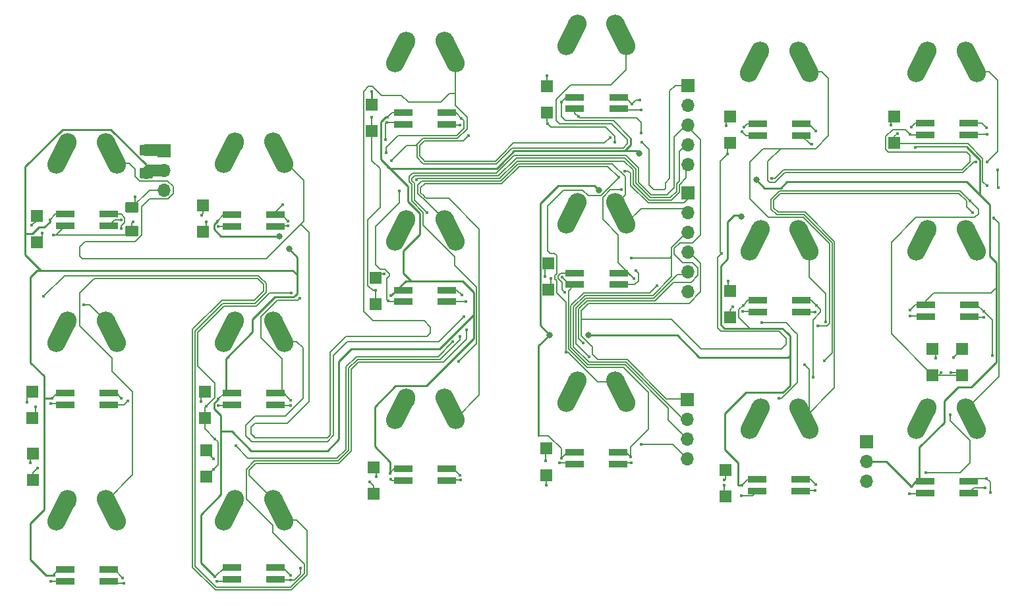
<source format=gbr>
G04 #@! TF.GenerationSoftware,KiCad,Pcbnew,(6.0.0)*
G04 #@! TF.CreationDate,2022-01-24T15:56:27+01:00*
G04 #@! TF.ProjectId,flex,666c6578-2e6b-4696-9361-645f70636258,rev?*
G04 #@! TF.SameCoordinates,Original*
G04 #@! TF.FileFunction,Copper,L2,Bot*
G04 #@! TF.FilePolarity,Positive*
%FSLAX46Y46*%
G04 Gerber Fmt 4.6, Leading zero omitted, Abs format (unit mm)*
G04 Created by KiCad (PCBNEW (6.0.0)) date 2022-01-24 15:56:27*
%MOMM*%
%LPD*%
G01*
G04 APERTURE LIST*
G04 Aperture macros list*
%AMRoundRect*
0 Rectangle with rounded corners*
0 $1 Rounding radius*
0 $2 $3 $4 $5 $6 $7 $8 $9 X,Y pos of 4 corners*
0 Add a 4 corners polygon primitive as box body*
4,1,4,$2,$3,$4,$5,$6,$7,$8,$9,$2,$3,0*
0 Add four circle primitives for the rounded corners*
1,1,$1+$1,$2,$3*
1,1,$1+$1,$4,$5*
1,1,$1+$1,$6,$7*
1,1,$1+$1,$8,$9*
0 Add four rect primitives between the rounded corners*
20,1,$1+$1,$2,$3,$4,$5,0*
20,1,$1+$1,$4,$5,$6,$7,0*
20,1,$1+$1,$6,$7,$8,$9,0*
20,1,$1+$1,$8,$9,$2,$3,0*%
%AMHorizOval*
0 Thick line with rounded ends*
0 $1 width*
0 $2 $3 position (X,Y) of the first rounded end (center of the circle)*
0 $4 $5 position (X,Y) of the second rounded end (center of the circle)*
0 Add line between two ends*
20,1,$1,$2,$3,$4,$5,0*
0 Add two circle primitives to create the rounded ends*
1,1,$1,$2,$3*
1,1,$1,$4,$5*%
G04 Aperture macros list end*
G04 #@! TA.AperFunction,SMDPad,CuDef*
%ADD10R,1.524000X1.524000*%
G04 #@! TD*
G04 #@! TA.AperFunction,ComponentPad*
%ADD11R,1.700000X1.700000*%
G04 #@! TD*
G04 #@! TA.AperFunction,ComponentPad*
%ADD12O,1.700000X1.700000*%
G04 #@! TD*
G04 #@! TA.AperFunction,SMDPad,CuDef*
%ADD13R,2.400000X0.820000*%
G04 #@! TD*
G04 #@! TA.AperFunction,SMDPad,CuDef*
%ADD14RoundRect,0.250001X-0.624999X0.462499X-0.624999X-0.462499X0.624999X-0.462499X0.624999X0.462499X0*%
G04 #@! TD*
G04 #@! TA.AperFunction,ComponentPad*
%ADD15HorizOval,2.350000X-0.713917X1.431895X0.713917X-1.431895X0*%
G04 #@! TD*
G04 #@! TA.AperFunction,ComponentPad*
%ADD16C,2.350000*%
G04 #@! TD*
G04 #@! TA.AperFunction,ComponentPad*
%ADD17HorizOval,2.350000X0.713917X1.431895X-0.713917X-1.431895X0*%
G04 #@! TD*
G04 #@! TA.AperFunction,ViaPad*
%ADD18C,0.400000*%
G04 #@! TD*
G04 #@! TA.AperFunction,ViaPad*
%ADD19C,0.800000*%
G04 #@! TD*
G04 #@! TA.AperFunction,Conductor*
%ADD20C,0.130000*%
G04 #@! TD*
G04 #@! TA.AperFunction,Conductor*
%ADD21C,0.250000*%
G04 #@! TD*
G04 #@! TA.AperFunction,Conductor*
%ADD22C,1.524000*%
G04 #@! TD*
G04 APERTURE END LIST*
D10*
X37325200Y-86864400D03*
X37325200Y-83464400D03*
X125825200Y-119564400D03*
X125825200Y-116164400D03*
X102875200Y-70214400D03*
X102875200Y-66814400D03*
D11*
X53670000Y-75100000D03*
D12*
X53670000Y-77640000D03*
X53670000Y-80180000D03*
D10*
X59084000Y-117006000D03*
X59084000Y-113606000D03*
X80875200Y-94864400D03*
X80875200Y-91464400D03*
X103071482Y-92945200D03*
X103071482Y-89545200D03*
X36725200Y-109514400D03*
X36725200Y-106114400D03*
D11*
X120960800Y-66719199D03*
D12*
X120960800Y-69259199D03*
X120960800Y-71799199D03*
X120960800Y-74339199D03*
X120960800Y-76879199D03*
D11*
X120960800Y-80536799D03*
D12*
X120960800Y-83076799D03*
X120960800Y-85616799D03*
X120960800Y-88156799D03*
X120960800Y-90696799D03*
X120960800Y-93236799D03*
D11*
X143955200Y-112534400D03*
D12*
X143955200Y-115074400D03*
X143955200Y-117614400D03*
D10*
X80375200Y-72564400D03*
X80375200Y-69164400D03*
X126375200Y-96514400D03*
X126375200Y-93114400D03*
X58675200Y-85514400D03*
X58675200Y-82114400D03*
X80575200Y-119214400D03*
X80575200Y-115814400D03*
X126375200Y-74114400D03*
X126375200Y-70714400D03*
D11*
X120900000Y-107100000D03*
D12*
X120900000Y-109640000D03*
X120900000Y-112180000D03*
X120900000Y-114720000D03*
D10*
X102775200Y-116814400D03*
X102775200Y-113414400D03*
X36825200Y-117464400D03*
X36825200Y-114064400D03*
X156175200Y-103964400D03*
X156175200Y-100564400D03*
X58889893Y-109514400D03*
X58889893Y-106114400D03*
X147525200Y-74064400D03*
X147525200Y-70664400D03*
X152425200Y-103964400D03*
X152425200Y-100564400D03*
D13*
X46550000Y-106260000D03*
X40950000Y-106260000D03*
X40950000Y-107760000D03*
X46550000Y-107760000D03*
D14*
X51360000Y-74992500D03*
X51360000Y-77967500D03*
D13*
X135556000Y-71618000D03*
X129956000Y-71618000D03*
X129956000Y-73118000D03*
X135556000Y-73118000D03*
D15*
X90416413Y-108315545D03*
D16*
X89793400Y-107073200D03*
D17*
X84090387Y-108315545D03*
D16*
X84713400Y-107073200D03*
D13*
X111981000Y-113867999D03*
X106381000Y-113867999D03*
X106381000Y-115367999D03*
X111981000Y-115367999D03*
D16*
X67781599Y-97116400D03*
D15*
X68404612Y-98358745D03*
D16*
X62701599Y-97116400D03*
D17*
X62078586Y-98358745D03*
D15*
X112387413Y-83144145D03*
D16*
X111764400Y-81901800D03*
X106684400Y-81901800D03*
D17*
X106061387Y-83144145D03*
D15*
X135909413Y-86605145D03*
D16*
X135286400Y-85362800D03*
X130206400Y-85362800D03*
D17*
X129583387Y-86605145D03*
D13*
X46550000Y-83260000D03*
X40950000Y-83260000D03*
X40950000Y-84760000D03*
X46550000Y-84760000D03*
X90006000Y-93017999D03*
X84406000Y-93017999D03*
X84406000Y-94517999D03*
X90006000Y-94517999D03*
D16*
X89793400Y-84111600D03*
D15*
X90416413Y-85353945D03*
D16*
X84713400Y-84111600D03*
D17*
X84090387Y-85353945D03*
D13*
X46550000Y-128980000D03*
X40950000Y-128980000D03*
X40950000Y-130480000D03*
X46550000Y-130480000D03*
X67965200Y-128704400D03*
X62365200Y-128704400D03*
X62365200Y-130204400D03*
X67965200Y-130204400D03*
X135556000Y-94318000D03*
X129956000Y-94318000D03*
X129956000Y-95818000D03*
X135556000Y-95818000D03*
X90006000Y-70217999D03*
X84406000Y-70217999D03*
X84406000Y-71717999D03*
X90006000Y-71717999D03*
D15*
X112387413Y-106054945D03*
D16*
X111764400Y-104812600D03*
D17*
X106061387Y-106054945D03*
D16*
X106684400Y-104812600D03*
D13*
X90006000Y-116017999D03*
X84406000Y-116017999D03*
X84406000Y-117517999D03*
X90006000Y-117517999D03*
X112056000Y-68217999D03*
X106456000Y-68217999D03*
X106456000Y-69717999D03*
X112056000Y-69717999D03*
D15*
X112387413Y-60182545D03*
D16*
X111764400Y-58940200D03*
X106684400Y-58940200D03*
D17*
X106061387Y-60182545D03*
D13*
X67965999Y-83357999D03*
X62365999Y-83357999D03*
X62365999Y-84857999D03*
X67965999Y-84857999D03*
X157055999Y-117617998D03*
X151455999Y-117617998D03*
X151455999Y-119117998D03*
X157055999Y-119117998D03*
D16*
X156749399Y-62426598D03*
D15*
X157372412Y-63668943D03*
D17*
X151046386Y-63668943D03*
D16*
X151669399Y-62426598D03*
D14*
X49530000Y-82420000D03*
X49530000Y-85395000D03*
D13*
X157055999Y-71567998D03*
X151455999Y-71567998D03*
X151455999Y-73067998D03*
X157055999Y-73067998D03*
D16*
X67781599Y-120052600D03*
D15*
X68404612Y-121294945D03*
D16*
X62701599Y-120052600D03*
D17*
X62078586Y-121294945D03*
D16*
X89793400Y-61175400D03*
D15*
X90416413Y-62417745D03*
D17*
X84090387Y-62417745D03*
D16*
X84713400Y-61175400D03*
X156774799Y-85362798D03*
D15*
X157397812Y-86605143D03*
D16*
X151694799Y-85362798D03*
D17*
X151071786Y-86605143D03*
D15*
X157397812Y-109566743D03*
D16*
X156774799Y-108324398D03*
X151694799Y-108324398D03*
D17*
X151071786Y-109566743D03*
D13*
X135456000Y-117368000D03*
X129856000Y-117368000D03*
X129856000Y-118868000D03*
X135456000Y-118868000D03*
D16*
X135261000Y-62426600D03*
D15*
X135884013Y-63668945D03*
D17*
X129557987Y-63668945D03*
D16*
X130181000Y-62426600D03*
X46277200Y-74212201D03*
D15*
X46900213Y-75454546D03*
D17*
X40574187Y-75454546D03*
D16*
X41197200Y-74212201D03*
D15*
X135909413Y-109566745D03*
D16*
X135286400Y-108324400D03*
D17*
X129583387Y-109566745D03*
D16*
X130206400Y-108324400D03*
D13*
X67965999Y-106247999D03*
X62365999Y-106247999D03*
X62365999Y-107747999D03*
X67965999Y-107747999D03*
D16*
X67781599Y-74154800D03*
D15*
X68404612Y-75397145D03*
D17*
X62078586Y-75397145D03*
D16*
X62701599Y-74154800D03*
D13*
X157155999Y-94917998D03*
X151555999Y-94917998D03*
X151555999Y-96417998D03*
X157155999Y-96417998D03*
X112056000Y-90817999D03*
X106456000Y-90817999D03*
X106456000Y-92317999D03*
X112056000Y-92317999D03*
D16*
X46277200Y-97148401D03*
D15*
X46900213Y-98390746D03*
D17*
X40574187Y-98390746D03*
D16*
X41197200Y-97148401D03*
D15*
X46900213Y-121352346D03*
D16*
X46277200Y-120110001D03*
D17*
X40574187Y-121352346D03*
D16*
X41197200Y-120110001D03*
D18*
X37425200Y-115914400D03*
X37125200Y-108014400D03*
X87456000Y-83067999D03*
X91700000Y-98977199D03*
X38025200Y-85664400D03*
X38215200Y-93824400D03*
X114966400Y-112845599D03*
X59075200Y-84264400D03*
X107511766Y-99800189D03*
X91547600Y-102177599D03*
X90785600Y-99637599D03*
X60225200Y-112164400D03*
X62915999Y-113067999D03*
X60045000Y-116045000D03*
X59050200Y-107989400D03*
X70025200Y-93384400D03*
X58480999Y-83364400D03*
X80125200Y-117714400D03*
X80825200Y-93064400D03*
X92775200Y-73164400D03*
X111004000Y-73373999D03*
X80375200Y-70814400D03*
X115017200Y-73983599D03*
X36025200Y-107464400D03*
X80375200Y-67514400D03*
X60050000Y-114750000D03*
X125925200Y-71914400D03*
X103375200Y-91514400D03*
X102925200Y-71614400D03*
X113696400Y-88867999D03*
X102800000Y-118150000D03*
X111565200Y-73994400D03*
X58375200Y-107364400D03*
X147025200Y-71814400D03*
X80925200Y-117014400D03*
X130425200Y-97214400D03*
X125275200Y-88314400D03*
X125625200Y-118114400D03*
X126025200Y-75564400D03*
X126725200Y-95214400D03*
X132675200Y-106964400D03*
X138537600Y-102076000D03*
X159382609Y-79622398D03*
X154775200Y-103614400D03*
X147925200Y-72864400D03*
X108251300Y-101577499D03*
X157252143Y-81575718D03*
X153525200Y-103664400D03*
X43383200Y-94945200D03*
X92181000Y-96467999D03*
X138690000Y-97097600D03*
X157943199Y-76523598D03*
X86061200Y-78819421D03*
X159415860Y-76575649D03*
X137623200Y-97656400D03*
X82911600Y-76371199D03*
X112883600Y-77691999D03*
X92512800Y-98164399D03*
X105284247Y-101039352D03*
X157536799Y-83025998D03*
X160272189Y-83720812D03*
X135946800Y-102634990D03*
X112070800Y-78522977D03*
X117024009Y-92482609D03*
X102875200Y-65414400D03*
X36475200Y-115264400D03*
X159005999Y-96517998D03*
X137306000Y-95818000D03*
X71205200Y-128804400D03*
X69915200Y-130314400D03*
X137356000Y-118768000D03*
X92411200Y-94467999D03*
X49000000Y-107300000D03*
X159455999Y-73017998D03*
X114975200Y-69864400D03*
X69915999Y-107867999D03*
X48500000Y-130700000D03*
X91706000Y-71767999D03*
X69566001Y-84767999D03*
X136913995Y-74296210D03*
X113706000Y-115217999D03*
X114262994Y-90482029D03*
X159155999Y-118467998D03*
X91806000Y-117467999D03*
X48160000Y-83960000D03*
X49670000Y-84250000D03*
X39425200Y-85914400D03*
X39100000Y-130500000D03*
X48200000Y-106900000D03*
X60483529Y-130451058D03*
X48346598Y-130019783D03*
X48170000Y-85060000D03*
X39100000Y-107600000D03*
X126125200Y-91864400D03*
X69915200Y-129714400D03*
X60615999Y-107867999D03*
X69915999Y-107167999D03*
X71095200Y-94054400D03*
X60615999Y-84867999D03*
X82125200Y-73629400D03*
X69600980Y-84167999D03*
X82306000Y-71467999D03*
X68925200Y-82064400D03*
X36675200Y-84714400D03*
X81990988Y-90948612D03*
X82487421Y-94414187D03*
X82206000Y-75367999D03*
X91877188Y-70939187D03*
X83919790Y-80246462D03*
X91940990Y-93667999D03*
X82805988Y-117347377D03*
X91706000Y-116867999D03*
X104456000Y-115217999D03*
X104806000Y-91367999D03*
X113645991Y-114478567D03*
X114971010Y-72797210D03*
X114056000Y-91567999D03*
X112426400Y-80130399D03*
X106925200Y-70714400D03*
X114775200Y-68564400D03*
X113756000Y-69117999D03*
X127956000Y-72652990D03*
X102675200Y-115014400D03*
X102575200Y-91264400D03*
X128006000Y-95768000D03*
X137434761Y-72596761D03*
X137502188Y-94964188D03*
X137064400Y-104260400D03*
X127818800Y-119449600D03*
X149492996Y-72954995D03*
X137402188Y-118064188D03*
X131730402Y-78650468D03*
X125675200Y-117464400D03*
X160838799Y-79825598D03*
X149555999Y-96317998D03*
X159305999Y-72167998D03*
X160787999Y-77539598D03*
X158977187Y-95796810D03*
X154641199Y-109038852D03*
X149455999Y-119217998D03*
X151552408Y-116485658D03*
X160059799Y-101464400D03*
D19*
X127869600Y-83584800D03*
D18*
X149655999Y-118267998D03*
D19*
X114725434Y-75443765D03*
X103200000Y-98800000D03*
D18*
X60515999Y-84167999D03*
X39265010Y-106965010D03*
X104706000Y-68867999D03*
X39565003Y-129715338D03*
X149670609Y-72072787D03*
D19*
X69764399Y-87750399D03*
D18*
X82406000Y-70767999D03*
D19*
X108159200Y-98824799D03*
D18*
X82817432Y-93738518D03*
X127956000Y-118118000D03*
D19*
X109530800Y-80181199D03*
D18*
X60615999Y-107067999D03*
X128154662Y-72086821D03*
X82685336Y-116589711D03*
D19*
X129749200Y-78809600D03*
D18*
X104706000Y-114667999D03*
X149517316Y-95621691D03*
X39000000Y-84000000D03*
X150225200Y-74651798D03*
X105159275Y-93345241D03*
X128071010Y-94968000D03*
X60215200Y-129914400D03*
D19*
X68483599Y-86135599D03*
D18*
X49930000Y-81070000D03*
X159825200Y-119014400D03*
X159375200Y-117274400D03*
X155075200Y-101664400D03*
X152825200Y-101764400D03*
D20*
X87456000Y-83067999D02*
X85832790Y-81444789D01*
X98948672Y-76040810D02*
X112867517Y-76040810D01*
X119845799Y-75200200D02*
X120706800Y-74339199D01*
X36825200Y-116514400D02*
X37425200Y-115914400D01*
X67630799Y-124226028D02*
X71710201Y-128305430D01*
X118717666Y-81123039D02*
X119515788Y-80324917D01*
X85814694Y-78354411D02*
X96635071Y-78354411D01*
X65312882Y-115004410D02*
X64265849Y-116051443D01*
X38025200Y-85664400D02*
X38025200Y-86164400D01*
X38025200Y-86164400D02*
X37325200Y-86864400D01*
X77402200Y-103065292D02*
X77402200Y-113624092D01*
X89147414Y-101963989D02*
X89187804Y-101923599D01*
X119845799Y-79008092D02*
X119845799Y-75200200D01*
X65315999Y-94767999D02*
X61215999Y-94767999D01*
X64265848Y-119938051D02*
X67630799Y-123303002D01*
X85832790Y-81444789D02*
X85832790Y-79269393D01*
X76021882Y-115004410D02*
X65312882Y-115004410D01*
X91700000Y-99411403D02*
X91700000Y-98977199D01*
X116120946Y-81123039D02*
X118717666Y-81123039D01*
X71710201Y-128305430D02*
X71710201Y-129484293D01*
X57947399Y-98036599D02*
X57915999Y-98067999D01*
X85534356Y-78634749D02*
X85814694Y-78354411D01*
X119515788Y-79338103D02*
X119845799Y-79008092D01*
X65817989Y-91169989D02*
X40869611Y-91169989D01*
X37125200Y-109114400D02*
X36725200Y-109514400D01*
X66072299Y-91424299D02*
X66767199Y-92119199D01*
X85534356Y-78970959D02*
X85534356Y-78634749D01*
X85832790Y-79269393D02*
X85534356Y-78970959D01*
X78443647Y-102023845D02*
X78517894Y-101949598D01*
X66005200Y-91357200D02*
X66072299Y-91424299D01*
X57669990Y-98314008D02*
X57947399Y-98036599D01*
X64265849Y-116051443D02*
X64265848Y-119938051D01*
X77402200Y-113624092D02*
X76021882Y-115004410D01*
X89187804Y-101923599D02*
X91700000Y-99411403D01*
X71710201Y-129484293D02*
X69915084Y-131279410D01*
X60380210Y-131279410D02*
X57669990Y-128569190D01*
X119515788Y-80324917D02*
X119515788Y-79338103D01*
X57669990Y-128569190D02*
X57669990Y-98314008D01*
X114280411Y-79282504D02*
X116120946Y-81123039D01*
X78443647Y-102023845D02*
X77402200Y-103065292D01*
X112867517Y-76040810D02*
X114280411Y-77453704D01*
X66767199Y-92119199D02*
X66767198Y-93316800D01*
X66072299Y-91424299D02*
X65817989Y-91169989D01*
X40869611Y-91169989D02*
X38215200Y-93824400D01*
X96635071Y-78354411D02*
X98948672Y-76040810D01*
X67630799Y-123303002D02*
X67630799Y-124226028D01*
X36825200Y-117464400D02*
X36825200Y-116514400D01*
X61215999Y-94767999D02*
X57947399Y-98036599D01*
X69915084Y-131279410D02*
X60380210Y-131279410D01*
X37125200Y-108014400D02*
X37125200Y-109114400D01*
X66767198Y-93316800D02*
X65315999Y-94767999D01*
X78443647Y-102023845D02*
X78503505Y-101963989D01*
X114280411Y-77453704D02*
X114280411Y-79282504D01*
X78503505Y-101963989D02*
X89147414Y-101963989D01*
X120706800Y-71799199D02*
X120960800Y-71799199D01*
X59050200Y-107989400D02*
X60175200Y-106864400D01*
X85502779Y-79406088D02*
X85502781Y-81581484D01*
X119098214Y-92038599D02*
X116731615Y-94405198D01*
X119185777Y-73320222D02*
X119185777Y-79888222D01*
X85502781Y-81581484D02*
X86955200Y-83033903D01*
X61401991Y-95098009D02*
X65485989Y-95098009D01*
X122583801Y-85953998D02*
X121600200Y-86937599D01*
X121388200Y-92038599D02*
X119098214Y-92038599D01*
X62915999Y-113067999D02*
X64463800Y-114615800D01*
X60175200Y-104964400D02*
X58000000Y-102789200D01*
X114610420Y-77317009D02*
X113004210Y-75710799D01*
X120706800Y-71799199D02*
X119185777Y-73320222D01*
X85204345Y-79107654D02*
X85502779Y-79406088D01*
X93821010Y-99904189D02*
X91547600Y-102177599D01*
X60600000Y-115490000D02*
X60600000Y-112539200D01*
X98627358Y-75710799D02*
X96313757Y-78024400D01*
X114966400Y-112845599D02*
X119025599Y-112845599D01*
X93821010Y-92633009D02*
X93821010Y-99904189D01*
X88829201Y-101593998D02*
X78367400Y-101593998D01*
X58889893Y-109514400D02*
X58889893Y-108149707D01*
X58000000Y-98500000D02*
X61401991Y-95098009D01*
X60045000Y-116045000D02*
X60600000Y-115490000D01*
X60600000Y-112539200D02*
X60225200Y-112164400D01*
X119025599Y-112845599D02*
X120900000Y-114720000D01*
X58889893Y-109514400D02*
X58889893Y-110829093D01*
X122281600Y-91145199D02*
X121388200Y-92038599D01*
X122281600Y-90164197D02*
X122281600Y-91145199D01*
X106944316Y-95467683D02*
X106944316Y-99232739D01*
X65485989Y-95098009D02*
X67199598Y-93384400D01*
X58889893Y-110829093D02*
X60225200Y-112164400D01*
X59075200Y-85114400D02*
X58675200Y-85514400D01*
X91039600Y-88759002D02*
X91039600Y-89851599D01*
X86955200Y-83033903D02*
X86955200Y-84674602D01*
X91039600Y-89851599D02*
X93821010Y-92633009D01*
X75885188Y-114674398D02*
X64522398Y-114674398D01*
X64463800Y-114615800D02*
X64522399Y-114674399D01*
X122583801Y-73676200D02*
X122583801Y-85953998D01*
X64522398Y-114674398D02*
X64463800Y-114615800D01*
X108006801Y-94405198D02*
X106944316Y-95467683D01*
X85204345Y-78447254D02*
X85204345Y-79107654D01*
X77046600Y-102914798D02*
X78367400Y-101593998D01*
X119944800Y-86937599D02*
X119233600Y-87648799D01*
X119185777Y-79888222D02*
X118280971Y-80793028D01*
X67199598Y-93384400D02*
X70025200Y-93384400D01*
X119233600Y-87648799D02*
X119233600Y-88389799D01*
X96313757Y-78024400D02*
X85627199Y-78024400D01*
X121595002Y-89477599D02*
X122281600Y-90164197D01*
X75885188Y-114674398D02*
X77046600Y-113512986D01*
X77046600Y-113512986D02*
X77046600Y-102914798D01*
X114610421Y-79145808D02*
X114610420Y-77317009D01*
X119233600Y-88389799D02*
X120321400Y-89477599D01*
X106944316Y-99232739D02*
X107511766Y-99800189D01*
X120706800Y-71799199D02*
X122583801Y-73676200D01*
X59084000Y-117006000D02*
X60045000Y-116045000D01*
X60175200Y-106864400D02*
X60175200Y-104964400D01*
X86955200Y-84674602D02*
X91039600Y-88759002D01*
X58000000Y-102789200D02*
X58000000Y-98500000D01*
X59075200Y-84264400D02*
X59075200Y-85114400D01*
X120321400Y-89477599D02*
X121595002Y-89477599D01*
X113004210Y-75710799D02*
X98627358Y-75710799D01*
X116257641Y-80793028D02*
X114610421Y-79145808D01*
X118280971Y-80793028D02*
X116257641Y-80793028D01*
X85627199Y-78024400D02*
X85204345Y-78447254D01*
X58889893Y-108149707D02*
X59050200Y-107989400D01*
X88855200Y-101567999D02*
X88829201Y-101593998D01*
X121600200Y-86937599D02*
X119944800Y-86937599D01*
X116731615Y-94405198D02*
X108006801Y-94405198D01*
X88855200Y-101567999D02*
X90785600Y-99637599D01*
X58675200Y-82114400D02*
X58675200Y-83170199D01*
X58675200Y-83170199D02*
X58480999Y-83364400D01*
X118121009Y-79315590D02*
X118121009Y-79919192D01*
X118121009Y-79919192D02*
X117907192Y-80133009D01*
X80575200Y-118164400D02*
X80125200Y-117714400D01*
X80875200Y-93114400D02*
X80825200Y-93064400D01*
X80575200Y-119214400D02*
X80575200Y-118164400D01*
X80375200Y-76364400D02*
X80375200Y-72564400D01*
X79848199Y-92438401D02*
X79848199Y-83991401D01*
X115973599Y-79529600D02*
X115973599Y-74939998D01*
X118121009Y-79215590D02*
X118642109Y-78694490D01*
X96255565Y-76424400D02*
X87112401Y-76424400D01*
X116577008Y-80133009D02*
X115973599Y-79529600D01*
X118642109Y-78694490D02*
X118642109Y-67422308D01*
X92121598Y-73818002D02*
X92775200Y-73164400D01*
X118121009Y-79315590D02*
X118121009Y-79215590D01*
X86506000Y-74417999D02*
X86506000Y-75817999D01*
X80375200Y-70814400D02*
X80375200Y-72564400D01*
X87112401Y-76424400D02*
X87016420Y-76328419D01*
X96999883Y-75680082D02*
X98569177Y-74110788D01*
X117907192Y-80133009D02*
X116577008Y-80133009D01*
X87105997Y-73818002D02*
X86506000Y-74417999D01*
X91529009Y-73818002D02*
X87105997Y-73818002D01*
X118642109Y-67422308D02*
X119345218Y-66719199D01*
X81425200Y-77414400D02*
X80375200Y-76364400D01*
X96851545Y-75828420D02*
X96999883Y-75680082D01*
X110267211Y-74110788D02*
X111004000Y-73373999D01*
X80875200Y-94864400D02*
X80875200Y-93114400D01*
X79848199Y-83991401D02*
X81425200Y-82414400D01*
X119345218Y-66719199D02*
X120706800Y-66719199D01*
X81425200Y-82414400D02*
X81425200Y-77414400D01*
X86506000Y-75817999D02*
X87016420Y-76328419D01*
X115973599Y-74939998D02*
X115017200Y-73983599D01*
X91529009Y-73818002D02*
X92121598Y-73818002D01*
X80825200Y-93064400D02*
X80474198Y-93064400D01*
X98569177Y-74110788D02*
X110267211Y-74110788D01*
X80474198Y-93064400D02*
X79848199Y-92438401D01*
X96851545Y-75828420D02*
X96255565Y-76424400D01*
X36025200Y-107464400D02*
X36025200Y-106814400D01*
X36025200Y-106814400D02*
X36725200Y-106114400D01*
D21*
X80375200Y-69164400D02*
X80375200Y-67514400D01*
D20*
X60050000Y-114750000D02*
X59084000Y-113784000D01*
X59084000Y-113784000D02*
X59084000Y-113606000D01*
X125925200Y-71914400D02*
X125925200Y-71164400D01*
X125925200Y-71164400D02*
X126375200Y-70714400D01*
X119235200Y-108478397D02*
X120396803Y-109640000D01*
X118675178Y-88867999D02*
X118903589Y-88639588D01*
X120646494Y-85769199D02*
X120656000Y-85769199D01*
X103355189Y-72044389D02*
X102925200Y-71614400D01*
X102800000Y-118150000D02*
X102800000Y-116839200D01*
X106284295Y-100298696D02*
X106284295Y-95194292D01*
X118903589Y-91299812D02*
X118903589Y-88639588D01*
X106284295Y-95194292D02*
X107733411Y-93745176D01*
X111562800Y-73992000D02*
X111565200Y-73994400D01*
X118903589Y-87512104D02*
X120646494Y-85769199D01*
X113041213Y-102284410D02*
X108270009Y-102284410D01*
X102800000Y-116839200D02*
X102775200Y-116814400D01*
X104745211Y-72044389D02*
X109005189Y-72044389D01*
X102925200Y-71614400D02*
X102875200Y-71564400D01*
X116458225Y-93745176D02*
X118903589Y-91299812D01*
X109005189Y-72044389D02*
X110405189Y-72044389D01*
X104745211Y-72044389D02*
X103355189Y-72044389D01*
X103375200Y-92641482D02*
X103071482Y-92945200D01*
X107733411Y-93745176D02*
X116458225Y-93745176D01*
X118903589Y-88639588D02*
X118903589Y-87512104D01*
X103375200Y-91514400D02*
X103375200Y-92641482D01*
X104705189Y-72044389D02*
X104745211Y-72044389D01*
X113696400Y-88867999D02*
X118675178Y-88867999D01*
X119235200Y-108478397D02*
X113041213Y-102284410D01*
X111565200Y-73204400D02*
X111565200Y-73994400D01*
X120396803Y-109640000D02*
X120900000Y-109640000D01*
X110405189Y-72044389D02*
X111565200Y-73204400D01*
X102875200Y-71564400D02*
X102875200Y-70214400D01*
X108270009Y-102284410D02*
X106284295Y-100298696D01*
X58375200Y-106629093D02*
X58889893Y-106114400D01*
X58375200Y-107364400D02*
X58375200Y-106629093D01*
X147025200Y-71164400D02*
X147525200Y-70664400D01*
X147025200Y-71814400D02*
X147025200Y-71164400D01*
X80925200Y-116164400D02*
X80575200Y-115814400D01*
X80925200Y-117014400D02*
X80925200Y-116164400D01*
X107274327Y-98905126D02*
X107274327Y-96814072D01*
X125100000Y-88139200D02*
X125100000Y-88100000D01*
X118227106Y-107003599D02*
X113177907Y-101954400D01*
X114991990Y-94735209D02*
X121112592Y-94735209D01*
X132675200Y-106964400D02*
X133011157Y-106964400D01*
X107274327Y-95696472D02*
X108235590Y-94735209D01*
X109386919Y-101954400D02*
X108718000Y-101285481D01*
X124790209Y-97879409D02*
X124790209Y-88890209D01*
X113177907Y-101954400D02*
X109386919Y-101954400D01*
X133584600Y-99256600D02*
X132644800Y-98316800D01*
X125275200Y-88314400D02*
X125100000Y-88139200D01*
X121265600Y-107003599D02*
X118227106Y-107003599D01*
X118899273Y-96814072D02*
X122688001Y-100602800D01*
X125625200Y-118114400D02*
X125625200Y-119364400D01*
X133584600Y-100018600D02*
X133584600Y-99256600D01*
X126375200Y-96514400D02*
X126375200Y-95564400D01*
X125275200Y-88314400D02*
X124790209Y-88799391D01*
X125227600Y-98316800D02*
X124790209Y-97879409D01*
X126375200Y-95564400D02*
X126725200Y-95214400D01*
X108235590Y-94735209D02*
X109149610Y-94735209D01*
X125625200Y-119364400D02*
X125825200Y-119564400D01*
X108718000Y-100348799D02*
X107274327Y-98905126D01*
X125100000Y-76489600D02*
X125100000Y-88100000D01*
X109149610Y-94735209D02*
X109708410Y-94735209D01*
X107274327Y-96814072D02*
X118899273Y-96814072D01*
X133000400Y-100602800D02*
X133584600Y-100018600D01*
X122611611Y-93236190D02*
X122611611Y-89604410D01*
X122611611Y-89604410D02*
X121468800Y-88461599D01*
X133575200Y-97214400D02*
X130425200Y-97214400D01*
X134825200Y-98464400D02*
X133575200Y-97214400D01*
X126025200Y-75564400D02*
X126025200Y-74464400D01*
X109464296Y-94735209D02*
X109708410Y-94735209D01*
X121112592Y-94735209D02*
X122611611Y-93236190D01*
X108718000Y-101285481D02*
X108718000Y-100348799D01*
X124790209Y-88799391D02*
X124790209Y-88890209D01*
X122688001Y-100602800D02*
X133000400Y-100602800D01*
X132644800Y-98316800D02*
X125227600Y-98316800D01*
X133011157Y-106964400D02*
X135025200Y-104950357D01*
X114991990Y-94735209D02*
X115144012Y-94735209D01*
X135025200Y-98664400D02*
X134825200Y-98464400D01*
X107274327Y-96814072D02*
X107274327Y-95696472D01*
X126025200Y-75564400D02*
X125100000Y-76489600D01*
X109708410Y-94735209D02*
X114991990Y-94735209D01*
X126025200Y-74464400D02*
X126375200Y-74114400D01*
X135025200Y-104950357D02*
X135025200Y-98664400D01*
X108251300Y-101577499D02*
X107108300Y-100434499D01*
X119668508Y-91001599D02*
X121468800Y-91001599D01*
X147122799Y-96487998D02*
X147122799Y-86835998D01*
X131679602Y-81331204D02*
X132727776Y-80283030D01*
X157856001Y-83691000D02*
X158324009Y-83222992D01*
X150267797Y-83691000D02*
X157856001Y-83691000D01*
X106614305Y-95330988D02*
X107870106Y-94075187D01*
X116594920Y-94075187D02*
X119668508Y-91001599D01*
X158324009Y-83222992D02*
X158324009Y-82647584D01*
X131679601Y-82619599D02*
X131679602Y-81331204D01*
X138537600Y-102076000D02*
X139485011Y-101128589D01*
X107870106Y-94075187D02*
X116594920Y-94075187D01*
X135900103Y-83344409D02*
X132404411Y-83344409D01*
X107108300Y-100434499D02*
X106614305Y-99940504D01*
X158858212Y-76110049D02*
X158858212Y-79098001D01*
X156175200Y-103964400D02*
X152425200Y-103964400D01*
X147525200Y-73264400D02*
X147925200Y-72864400D01*
X147122799Y-86835998D02*
X150267797Y-83691000D01*
X147122799Y-98661999D02*
X147122799Y-96487998D01*
X132404411Y-83344409D02*
X131679601Y-82619599D01*
X156934961Y-74186798D02*
X158858212Y-76110049D01*
X152425200Y-103964400D02*
X147122799Y-98661999D01*
X158324009Y-82647584D02*
X157252143Y-81575718D01*
X155825200Y-103614400D02*
X156175200Y-103964400D01*
X107108300Y-100434499D02*
X106939242Y-100265441D01*
X156934961Y-74186798D02*
X147647598Y-74186798D01*
X155959455Y-80283030D02*
X157252143Y-81575718D01*
X158858212Y-79098001D02*
X159382609Y-79622398D01*
X153225200Y-103964400D02*
X153525200Y-103664400D01*
X139485011Y-86929317D02*
X135900103Y-83344409D01*
X106614305Y-99940504D02*
X106614305Y-95330988D01*
X147647598Y-74186798D02*
X147525200Y-74064400D01*
X139485011Y-101128589D02*
X139485011Y-86929317D01*
X147525200Y-74064400D02*
X147525200Y-73264400D01*
X154775200Y-103614400D02*
X155825200Y-103614400D01*
X152425200Y-103964400D02*
X153225200Y-103964400D01*
X132727776Y-80283030D02*
X155959455Y-80283030D01*
X108464000Y-76777599D02*
X109280980Y-76777599D01*
X74636695Y-112500000D02*
X75471422Y-111665273D01*
X136556400Y-87902800D02*
X136556400Y-91334918D01*
X111258000Y-76777599D02*
X112909831Y-78429430D01*
X120605200Y-82517999D02*
X121468800Y-83381599D01*
X64948000Y-112500000D02*
X64274000Y-111826000D01*
X89793400Y-84111600D02*
X87010803Y-81329003D01*
X86306000Y-79488705D02*
X86706275Y-79088430D01*
X75471422Y-101460988D02*
X77234400Y-99698010D01*
X69215999Y-109267999D02*
X65356589Y-109267999D01*
X87275989Y-99698010D02*
X87375991Y-99698010D01*
X70713299Y-99656400D02*
X69051599Y-99656400D01*
X88625989Y-99698010D02*
X87275989Y-99698010D01*
X77234400Y-99698010D02*
X87275989Y-99698010D01*
X75471422Y-111665273D02*
X75471422Y-101460988D01*
X64213671Y-110410915D02*
X64213672Y-111765672D01*
X99145295Y-76777599D02*
X108464000Y-76777599D01*
X114958201Y-82517999D02*
X120605200Y-82517999D01*
X88950989Y-99698010D02*
X89061011Y-99587988D01*
X138690000Y-93468518D02*
X138690000Y-97097600D01*
X70713299Y-99656400D02*
X71515999Y-100459100D01*
X46277200Y-97148401D02*
X44073999Y-94945200D01*
X66100000Y-112500000D02*
X64948000Y-112500000D01*
X112909831Y-78429430D02*
X112909831Y-80756369D01*
X71515999Y-106967999D02*
X69215999Y-109267999D01*
X87010803Y-81329003D02*
X86675415Y-81008331D01*
X44073999Y-94945200D02*
X43383200Y-94945200D01*
X64752419Y-112304419D02*
X64274000Y-111826000D01*
X66100000Y-112500000D02*
X74636695Y-112500000D01*
X86306000Y-80638916D02*
X86306000Y-79488705D01*
X86706275Y-79088430D02*
X86711748Y-79082957D01*
X65356589Y-109267999D02*
X64213671Y-110410915D01*
X88625989Y-99698010D02*
X88950989Y-99698010D01*
X64274000Y-111826000D02*
X64213672Y-111765672D01*
X86675415Y-81008331D02*
X86306000Y-80638916D01*
X65641162Y-112500000D02*
X66100000Y-112500000D01*
X96908461Y-79014433D02*
X99145295Y-76777599D01*
X112909831Y-80756369D02*
X111764400Y-81901800D01*
X86780272Y-79014433D02*
X96908461Y-79014433D01*
X108464000Y-76777599D02*
X111258000Y-76777599D01*
X71515999Y-100459100D02*
X71515999Y-106967999D01*
X136556400Y-91334918D02*
X138690000Y-93468518D01*
X86706275Y-79088430D02*
X86780272Y-79014433D01*
X114958201Y-82517999D02*
X113034400Y-84441800D01*
X89061011Y-99587988D02*
X92181000Y-96467999D01*
X85061676Y-68850876D02*
X89238724Y-68850876D01*
X104040999Y-68498601D02*
X105933514Y-66606086D01*
X66788537Y-89028757D02*
X66788537Y-88995461D01*
X98413670Y-74733001D02*
X112692998Y-74733001D01*
X91063400Y-67752600D02*
X91063400Y-69235419D01*
X136454801Y-74847201D02*
X130612801Y-74847201D01*
X109683514Y-66606086D02*
X111083514Y-66606086D01*
X43216663Y-89028757D02*
X66755241Y-89028757D01*
X119845799Y-80461612D02*
X118830622Y-81476789D01*
X96771766Y-78684422D02*
X86196199Y-78684422D01*
X113034400Y-64655200D02*
X113034400Y-61480200D01*
X87906000Y-98528819D02*
X87906000Y-97767999D01*
X131507198Y-79173002D02*
X131265399Y-78931203D01*
X112692998Y-74733001D02*
X113229202Y-74196797D01*
X131265399Y-78931203D02*
X131265398Y-76480602D01*
X111202605Y-71614400D02*
X104475200Y-71614400D01*
X80425200Y-66814400D02*
X81575200Y-67964400D01*
X74669989Y-112000000D02*
X74974899Y-111695090D01*
X139045600Y-65819500D02*
X139045600Y-73170801D01*
X66856899Y-88927099D02*
X71097399Y-84686599D01*
X47547200Y-76752201D02*
X49208900Y-76752201D01*
X54134710Y-78994508D02*
X50544508Y-78994508D01*
X47033698Y-86830010D02*
X49915018Y-86830010D01*
X43481496Y-86830010D02*
X42849611Y-87461895D01*
X84943600Y-74440799D02*
X86016494Y-74440799D01*
X72304019Y-85635581D02*
X72304019Y-107329979D01*
X128936400Y-81292601D02*
X131318218Y-83674419D01*
X66788537Y-88995461D02*
X66856899Y-88927099D01*
X131265398Y-76480602D02*
X132898799Y-74847201D01*
X157943199Y-76523598D02*
X157698705Y-76523598D01*
X96362271Y-76784400D02*
X96970671Y-76176000D01*
X118830622Y-81476789D02*
X116007992Y-81476789D01*
X113229202Y-74196797D02*
X113229202Y-73640997D01*
X91063400Y-63715400D02*
X91063400Y-67752600D01*
X87005695Y-76784400D02*
X96362271Y-76784400D01*
X66755241Y-89028757D02*
X66856899Y-88927099D01*
X86117853Y-78752946D02*
X86061200Y-78809599D01*
X50825215Y-85919813D02*
X50825215Y-82303612D01*
X160787999Y-75203510D02*
X159415860Y-76575649D01*
X128936400Y-76523602D02*
X128936400Y-81292601D01*
X116007992Y-81476789D02*
X113950401Y-79419198D01*
X91392314Y-73487991D02*
X86969302Y-73487991D01*
X92608447Y-70780466D02*
X92608447Y-72271858D01*
X65381412Y-112000000D02*
X74669989Y-112000000D01*
X139155001Y-87066013D02*
X139155001Y-97320801D01*
X81575200Y-67964400D02*
X84175200Y-67964400D01*
X131318218Y-83674419D02*
X135763407Y-83674419D01*
X49208900Y-76752201D02*
X49961611Y-77504912D01*
X92608447Y-72271858D02*
X91392314Y-73487991D01*
X74974899Y-101024099D02*
X77024590Y-98974408D01*
X71097399Y-84686599D02*
X71643999Y-84139999D01*
X86196199Y-78684422D02*
X86061200Y-78819421D01*
X84842000Y-74440799D02*
X84943600Y-74440799D01*
X158019399Y-64966598D02*
X159681099Y-64966598D01*
X87460411Y-98974408D02*
X87486410Y-98948409D01*
X86175990Y-75954695D02*
X86897294Y-76675999D01*
X89238724Y-68850876D02*
X90337000Y-67752600D01*
X50544508Y-78994508D02*
X49961611Y-78411611D01*
X80478799Y-96967999D02*
X79293209Y-95782409D01*
X160787999Y-66073498D02*
X160787999Y-75203510D01*
X132898799Y-74847201D02*
X136454801Y-74847201D01*
X71643999Y-78905666D02*
X69433133Y-76694800D01*
X82911600Y-76371199D02*
X84842000Y-74440799D01*
X156307892Y-77914411D02*
X133401895Y-77914411D01*
X54205201Y-81295001D02*
X54860000Y-80640202D01*
X51833826Y-81295001D02*
X54205201Y-81295001D01*
X113229202Y-73640997D02*
X111202605Y-71614400D01*
X66781241Y-89002757D02*
X66856899Y-88927099D01*
X139155001Y-97320801D02*
X138819402Y-97656400D01*
X47033698Y-86830010D02*
X43481496Y-86830010D01*
X42849611Y-87461895D02*
X42849611Y-88661705D01*
X42849611Y-88661705D02*
X43216663Y-89028757D01*
X104475200Y-71614400D02*
X104040999Y-71180199D01*
X111083514Y-66606086D02*
X113034400Y-64655200D01*
X138192700Y-64966600D02*
X139045600Y-65819500D01*
X90337000Y-67752600D02*
X91063400Y-67752600D01*
X157698705Y-76523598D02*
X156307892Y-77914411D01*
X69465999Y-110167999D02*
X65389998Y-110168000D01*
X138819402Y-97656400D02*
X137623200Y-97656400D01*
X96970671Y-76176000D02*
X97258236Y-75888435D01*
X105933514Y-66606086D02*
X109683514Y-66606086D01*
X139045600Y-73170801D02*
X137369200Y-74847201D01*
X86969302Y-73487991D02*
X86175989Y-74281304D01*
X71355037Y-84686599D02*
X72304019Y-85635581D01*
X69433133Y-76694800D02*
X69051599Y-76694800D01*
X159681099Y-64966598D02*
X160787999Y-66073498D01*
X54860000Y-79719798D02*
X54134710Y-78994508D01*
X49961611Y-78411611D02*
X49961611Y-77504912D01*
X86112378Y-78758421D02*
X86061200Y-78809599D01*
X71643999Y-84139999D02*
X71643999Y-78905666D01*
X50825215Y-82303612D02*
X51833826Y-81295001D01*
X136531000Y-64966600D02*
X138192700Y-64966600D01*
X79293209Y-67446391D02*
X79925200Y-66814400D01*
X64873693Y-110684305D02*
X64873693Y-111492281D01*
X64873693Y-111492281D02*
X65329819Y-111948407D01*
X113950401Y-79419198D02*
X113950401Y-77590398D01*
X74974899Y-111695090D02*
X74974899Y-101024099D01*
X86061200Y-78809599D02*
X86061200Y-78819421D01*
X64873693Y-111492281D02*
X65381412Y-112000000D01*
X87486410Y-98948409D02*
X87906000Y-98528819D01*
X133401895Y-77914411D02*
X132143304Y-79173002D01*
X135763407Y-83674419D02*
X139155001Y-87066013D01*
X72304019Y-107329979D02*
X69465999Y-110167999D01*
X49915018Y-86830010D02*
X50825215Y-85919813D01*
X120706800Y-76879199D02*
X120706800Y-78613797D01*
X79293209Y-95782409D02*
X79293209Y-94496391D01*
X91063400Y-69235419D02*
X92608447Y-70780466D01*
X130612801Y-74847201D02*
X128936400Y-76523602D01*
X86897294Y-76675999D02*
X87005695Y-76784400D01*
X86175989Y-74281304D02*
X86175990Y-75954695D01*
X119845799Y-79474798D02*
X119845799Y-80461612D01*
X87906000Y-97767999D02*
X87105998Y-96967999D01*
X71097399Y-84686599D02*
X71355037Y-84686599D01*
X81978799Y-96967999D02*
X80478799Y-96967999D01*
X104040999Y-71180199D02*
X104040999Y-69680199D01*
X87105998Y-96967999D02*
X81978799Y-96967999D01*
X99034189Y-76421999D02*
X96771766Y-78684422D01*
X113950401Y-77590398D02*
X112782002Y-76421999D01*
X120706800Y-78613797D02*
X119845799Y-79474798D01*
X112782002Y-76421999D02*
X99034189Y-76421999D01*
X79925200Y-66814400D02*
X80425200Y-66814400D01*
X77024590Y-98974408D02*
X87460411Y-98974408D01*
X97258236Y-75888435D02*
X98413670Y-74733001D01*
X79293209Y-94496391D02*
X79293209Y-67446391D01*
X104040999Y-69680199D02*
X104040999Y-68498601D01*
X84175200Y-67964400D02*
X85061676Y-68850876D01*
X132143304Y-79173002D02*
X131507198Y-79173002D01*
X86016494Y-74440799D02*
X86175989Y-74281304D01*
X65389998Y-110168000D02*
X64873693Y-110684305D01*
X54860000Y-80640202D02*
X54860000Y-79719798D01*
X137369200Y-74847201D02*
X136454801Y-74847201D01*
X102956000Y-87956000D02*
X102956000Y-82217999D01*
X46277200Y-120110001D02*
X49603090Y-116784111D01*
X70051779Y-131609421D02*
X60243514Y-131609420D01*
X49603090Y-106103090D02*
X47000000Y-103500000D01*
X65681294Y-91500000D02*
X66437188Y-92255894D01*
X111764400Y-104812600D02*
X109373400Y-104812600D01*
X110655433Y-77107610D02*
X99301990Y-77107610D01*
X133613843Y-80613043D02*
X133864466Y-80613043D01*
X60243514Y-131609420D02*
X57339980Y-128705886D01*
X72040211Y-123919512D02*
X72040211Y-129620989D01*
X112070800Y-78588800D02*
X109813400Y-80846200D01*
X112070800Y-78522977D02*
X110655433Y-77107610D01*
X160974810Y-84423433D02*
X160272189Y-83720812D01*
X66019180Y-115360420D02*
X65475576Y-115360420D01*
X160974810Y-104124387D02*
X160974810Y-84423433D01*
X70713299Y-122592600D02*
X72040211Y-123919512D01*
X77740200Y-113752798D02*
X77740200Y-103193998D01*
X49603090Y-116784111D02*
X49603090Y-106103090D01*
X160356199Y-104742998D02*
X160430700Y-104668497D01*
X65285989Y-94331303D02*
X61085989Y-94331303D01*
X90225989Y-81237988D02*
X94186011Y-85198010D01*
X104098483Y-90901517D02*
X104098483Y-88571199D01*
X94186011Y-85198010D02*
X94186011Y-106490589D01*
X105019599Y-80154400D02*
X102956000Y-82217999D01*
X87179555Y-79344444D02*
X86636011Y-79887988D01*
X65423578Y-115360420D02*
X66019180Y-115360420D01*
X42845200Y-93397872D02*
X44476936Y-91766136D01*
X97065156Y-79344444D02*
X87179555Y-79344444D01*
X139815021Y-105624579D02*
X139815021Y-86792621D01*
X42845200Y-97645200D02*
X42845200Y-93397872D01*
X120478390Y-81832009D02*
X115896508Y-81832009D01*
X156787142Y-82276341D02*
X157536799Y-83025998D01*
X133613843Y-80613043D02*
X155822764Y-80613043D01*
X66437188Y-93180104D02*
X65285989Y-94331303D01*
X113312390Y-77691999D02*
X112883600Y-77691999D01*
X132009611Y-81467899D02*
X132864467Y-80613043D01*
X132541106Y-83014400D02*
X132009611Y-82482905D01*
X112070800Y-78522977D02*
X112070800Y-78588800D01*
X86636011Y-79887988D02*
X86636011Y-80498004D01*
X113620391Y-78000000D02*
X113312390Y-77691999D01*
X103900000Y-91100000D02*
X104098483Y-90901517D01*
X44476936Y-91766136D02*
X44743072Y-91500000D01*
X57339980Y-128705886D02*
X57339980Y-98077312D01*
X132864467Y-80613043D02*
X133613843Y-80613043D01*
X44743072Y-91500000D02*
X65681294Y-91500000D01*
X107472001Y-80154400D02*
X105019599Y-80154400D01*
X64595859Y-116188139D02*
X65423578Y-115360420D01*
X136556400Y-103244590D02*
X135946800Y-102634990D01*
X72040211Y-129620989D02*
X70051779Y-131609421D01*
X160356199Y-104742998D02*
X160974810Y-104124387D01*
X156774799Y-108324398D02*
X160356199Y-104742998D01*
X109813400Y-80846200D02*
X108163801Y-80846200D01*
X113620391Y-79555892D02*
X113620391Y-78000000D01*
X139815021Y-86792621D02*
X136036800Y-83014400D01*
X155822764Y-80613043D02*
X156787142Y-81577421D01*
X104098483Y-93385700D02*
X104098483Y-91815388D01*
X89537843Y-102293998D02*
X78640200Y-102293998D01*
X86636011Y-80498004D02*
X87002277Y-80864270D01*
X105284247Y-94571464D02*
X105284247Y-101039352D01*
X103827284Y-88300000D02*
X103300000Y-88300000D01*
X76132578Y-115360420D02*
X66019180Y-115360420D01*
X160279999Y-83728622D02*
X160272189Y-83720812D01*
X67781599Y-120052600D02*
X64595859Y-116866860D01*
X135896000Y-109543600D02*
X139815021Y-105624579D01*
X87002277Y-80864270D02*
X87241549Y-81093043D01*
X103300000Y-88300000D02*
X102956000Y-87956000D01*
X136556400Y-110864400D02*
X136556400Y-103244590D01*
X87241549Y-81093043D02*
X87386494Y-81237988D01*
X44476936Y-91766136D02*
X44549861Y-91693211D01*
X156787142Y-81577421D02*
X156787142Y-82276341D01*
X99301990Y-77107610D02*
X97065156Y-79344444D01*
X132009611Y-82482905D02*
X132009611Y-81467899D01*
X121468800Y-80841599D02*
X120478390Y-81832009D01*
X105284247Y-94571464D02*
X104098483Y-93385700D01*
X61085989Y-94331303D02*
X57439046Y-97978246D01*
X92512800Y-99319041D02*
X92512800Y-98164399D01*
X69051599Y-122592600D02*
X70713299Y-122592600D01*
X94186011Y-106490589D02*
X91063400Y-109613200D01*
X47000000Y-101800000D02*
X42845200Y-97645200D01*
X136036800Y-83014400D02*
X132541106Y-83014400D01*
X104098483Y-88571199D02*
X103827284Y-88300000D01*
X64595859Y-116866860D02*
X64595859Y-116188139D01*
X108163801Y-80846200D02*
X107472001Y-80154400D01*
X89563842Y-102267999D02*
X92512800Y-99319041D01*
X115896508Y-81832009D02*
X113620391Y-79555892D01*
X77740200Y-103193998D02*
X78640200Y-102293998D01*
X57339980Y-98077312D02*
X57439046Y-97978246D01*
X104098483Y-91815388D02*
X103900000Y-91616905D01*
X105600152Y-101039352D02*
X105284247Y-101039352D01*
X109373400Y-104812600D02*
X105600152Y-101039352D01*
X89563842Y-102267999D02*
X89537843Y-102293998D01*
X87386494Y-81237988D02*
X90225989Y-81237988D01*
X103900000Y-91616905D02*
X103900000Y-91100000D01*
X66437188Y-92255894D02*
X66437188Y-93180104D01*
X160279999Y-83889598D02*
X160279999Y-83728622D01*
X133864466Y-80613043D02*
X133864467Y-80613042D01*
X76132578Y-115360420D02*
X77740200Y-113752798D01*
X47000000Y-103500000D02*
X47000000Y-101800000D01*
X57439046Y-97978246D02*
X57343989Y-98073303D01*
X117024009Y-92482609D02*
X116091452Y-93415166D01*
X108133315Y-102614420D02*
X112904519Y-102614420D01*
X116091452Y-93415166D02*
X107574433Y-93415166D01*
X118475200Y-109755200D02*
X118475200Y-108185101D01*
X120900000Y-112180000D02*
X118475200Y-109755200D01*
X105954285Y-95035314D02*
X105954285Y-100435392D01*
X112904519Y-102614420D02*
X118475200Y-108185101D01*
X107574433Y-93415166D02*
X105954285Y-95035314D01*
X105954285Y-100435392D02*
X108133315Y-102614420D01*
X102875200Y-66814400D02*
X102875200Y-65414400D01*
X36475200Y-115264400D02*
X36475200Y-114414400D01*
X36475200Y-114414400D02*
X36825200Y-114064400D01*
X112131000Y-115217999D02*
X111981000Y-115367999D01*
X112202401Y-69864400D02*
X112056000Y-69717999D01*
X135556000Y-73118000D02*
X136734210Y-74296210D01*
X137306000Y-95818000D02*
X135556000Y-95818000D01*
X71205200Y-129522588D02*
X71205200Y-128804400D01*
X157705999Y-118467998D02*
X157055999Y-119117998D01*
X68055999Y-84767999D02*
X67965999Y-84857999D01*
X91706000Y-71767999D02*
X90056000Y-71767999D01*
X157105999Y-73017998D02*
X157055999Y-73067998D01*
X69566001Y-84767999D02*
X68055999Y-84767999D01*
X112056000Y-92317999D02*
X114156000Y-92317999D01*
X137356000Y-118768000D02*
X135556000Y-118768000D01*
X69915999Y-107867999D02*
X68085999Y-107867999D01*
X46770000Y-130700000D02*
X46550000Y-130480000D01*
X159005999Y-96517998D02*
X157255999Y-96517998D01*
X159455999Y-73017998D02*
X157105999Y-73017998D01*
D22*
X51360000Y-74992500D02*
X53562500Y-74992500D01*
D20*
X136734210Y-74296210D02*
X136913995Y-74296210D01*
X47350000Y-83960000D02*
X46550000Y-84760000D01*
X114606000Y-91867999D02*
X114606000Y-90825035D01*
X49000000Y-107300000D02*
X48540000Y-107760000D01*
X69915200Y-130314400D02*
X70413388Y-130314400D01*
X114606000Y-90825035D02*
X114262994Y-90482029D01*
X69915200Y-130314400D02*
X68075200Y-130314400D01*
X48500000Y-130700000D02*
X46770000Y-130700000D01*
X90006000Y-94517999D02*
X92361200Y-94517999D01*
X114156000Y-92317999D02*
X114606000Y-91867999D01*
X70413388Y-130314400D02*
X71205200Y-129522588D01*
X68075200Y-130314400D02*
X67965200Y-130204400D01*
X68085999Y-107867999D02*
X67965999Y-107747999D01*
X135556000Y-118768000D02*
X135456000Y-118868000D01*
X113706000Y-115217999D02*
X112131000Y-115217999D01*
X48540000Y-107760000D02*
X46550000Y-107760000D01*
X91806000Y-117467999D02*
X90056000Y-117467999D01*
X90056000Y-71767999D02*
X90006000Y-71717999D01*
X48160000Y-83960000D02*
X47350000Y-83960000D01*
X90056000Y-117467999D02*
X90006000Y-117517999D01*
X114975200Y-69864400D02*
X112202401Y-69864400D01*
X157255999Y-96517998D02*
X157155999Y-96417998D01*
X159155999Y-118467998D02*
X157705999Y-118467998D01*
D22*
X53562500Y-74992500D02*
X53670000Y-75100000D01*
D20*
X92361200Y-94517999D02*
X92411200Y-94467999D01*
X39425200Y-85914400D02*
X49010600Y-85914400D01*
X49530000Y-85395000D02*
X49530000Y-84390000D01*
X49010600Y-85914400D02*
X49530000Y-85395000D01*
X39795600Y-85914400D02*
X40950000Y-84760000D01*
X39425200Y-85914400D02*
X39795600Y-85914400D01*
X49530000Y-84390000D02*
X49670000Y-84250000D01*
X47560000Y-106260000D02*
X48200000Y-106900000D01*
X39100000Y-130500000D02*
X40930000Y-130500000D01*
X40930000Y-130500000D02*
X40950000Y-130480000D01*
X46550000Y-106260000D02*
X47560000Y-106260000D01*
X47306815Y-128980000D02*
X48346598Y-130019783D01*
X62118542Y-130451058D02*
X62365200Y-130204400D01*
X60483529Y-130451058D02*
X62118542Y-130451058D01*
X46550000Y-128980000D02*
X47306815Y-128980000D01*
X46550000Y-83260000D02*
X48140000Y-83260000D01*
X39100000Y-107600000D02*
X40790000Y-107600000D01*
X48625001Y-84344999D02*
X48170000Y-84800000D01*
X48625001Y-83745001D02*
X48625001Y-84344999D01*
X48140000Y-83260000D02*
X48625001Y-83745001D01*
X48170000Y-84800000D02*
X48170000Y-85060000D01*
X40790000Y-107600000D02*
X40950000Y-107760000D01*
X126125200Y-92864400D02*
X126375200Y-93114400D01*
X126125200Y-91864400D02*
X126125200Y-92864400D01*
X62245999Y-107867999D02*
X62365999Y-107747999D01*
X60615999Y-107867999D02*
X62245999Y-107867999D01*
X67965200Y-128704400D02*
X68905200Y-128704400D01*
X68905200Y-128704400D02*
X69915200Y-129714400D01*
X69915999Y-107167999D02*
X68799199Y-106051199D01*
X68799199Y-101821999D02*
X66115999Y-99138799D01*
X66115999Y-99138799D02*
X66115999Y-96410477D01*
X68227064Y-94299412D02*
X70850188Y-94299412D01*
X60615999Y-84867999D02*
X62355999Y-84867999D01*
X68995999Y-106247999D02*
X69915999Y-107167999D01*
X67965999Y-106247999D02*
X68995999Y-106247999D01*
X62355999Y-84867999D02*
X62365999Y-84857999D01*
X68799199Y-106051199D02*
X68799199Y-101821999D01*
X66115999Y-96410477D02*
X68227064Y-94299412D01*
X70850188Y-94299412D02*
X71095200Y-94054400D01*
X84156000Y-71467999D02*
X84406000Y-71717999D01*
X82125200Y-71648799D02*
X82306000Y-71467999D01*
X68790980Y-83357999D02*
X69600980Y-84167999D01*
X67965999Y-83023601D02*
X68925200Y-82064400D01*
X67965999Y-83357999D02*
X67965999Y-83023601D01*
X82125200Y-73629400D02*
X82125200Y-71648799D01*
X82306000Y-71467999D02*
X84156000Y-71467999D01*
X67965999Y-83357999D02*
X68790980Y-83357999D01*
X37325200Y-84064400D02*
X36675200Y-84714400D01*
X37325200Y-83464400D02*
X37325200Y-84064400D01*
X80875200Y-91464400D02*
X81390988Y-90948612D01*
X81390988Y-90948612D02*
X81990988Y-90948612D01*
X80828800Y-89728800D02*
X80828800Y-86271200D01*
X92171001Y-71233000D02*
X92171001Y-72242598D01*
X82600000Y-90900000D02*
X82007501Y-90307501D01*
X82206000Y-75367999D02*
X82206000Y-74667999D01*
X86832611Y-73157980D02*
X85516019Y-73157980D01*
X83919790Y-81773315D02*
X83919790Y-80246462D01*
X81407501Y-90307501D02*
X80828800Y-89728800D01*
X83706000Y-73167999D02*
X83531000Y-73342999D01*
X91877188Y-70939187D02*
X92171001Y-71233000D01*
X84406000Y-94517999D02*
X82591233Y-94517999D01*
X90006000Y-70217999D02*
X91156000Y-70217999D01*
X85516019Y-73157980D02*
X85506000Y-73167999D01*
X80828800Y-85710800D02*
X80828800Y-84864305D01*
X91156000Y-70217999D02*
X91877188Y-70939187D01*
X82600000Y-91189600D02*
X82600000Y-90900000D01*
X82591233Y-94517999D02*
X82487421Y-94414187D01*
X82007501Y-90307501D02*
X81407501Y-90307501D01*
X82487421Y-94414187D02*
X82287422Y-94214188D01*
X85506000Y-73167999D02*
X85406000Y-73167999D01*
X82206000Y-74667999D02*
X83531000Y-73342999D01*
X82287422Y-94214188D02*
X82287422Y-91502178D01*
X85506000Y-73167999D02*
X83706000Y-73167999D01*
X86832611Y-73157980D02*
X86822592Y-73167999D01*
X82287422Y-91502178D02*
X82600000Y-91189600D01*
X92171001Y-72242598D02*
X91255619Y-73157980D01*
X91255619Y-73157980D02*
X86832611Y-73157980D01*
X80828800Y-84864305D02*
X83919790Y-81773315D01*
X80828800Y-86271200D02*
X80828800Y-85710800D01*
X90006000Y-93017999D02*
X91290990Y-93017999D01*
X84406000Y-117517999D02*
X82976610Y-117517999D01*
X91290990Y-93017999D02*
X91940990Y-93667999D01*
X82976610Y-117517999D02*
X82805988Y-117347377D01*
X90006000Y-116017999D02*
X90856000Y-116017999D01*
X90856000Y-116017999D02*
X91706000Y-116867999D01*
X106231000Y-115217999D02*
X106381000Y-115367999D01*
X104456000Y-115217999D02*
X106231000Y-115217999D01*
X108016587Y-102964400D02*
X112685200Y-102964400D01*
X105624275Y-100572088D02*
X108016587Y-102964400D01*
X112685200Y-102964400D02*
X115880800Y-106160000D01*
X105624275Y-93149724D02*
X106456000Y-92317999D01*
X113035423Y-113867999D02*
X113645991Y-114478567D01*
X105624275Y-100572088D02*
X105624275Y-93149724D01*
X104806000Y-91367999D02*
X105756000Y-92317999D01*
X115880800Y-110946995D02*
X115880800Y-107138800D01*
X111981000Y-113867999D02*
X113035423Y-113867999D01*
X113645991Y-114478567D02*
X113645991Y-113181804D01*
X115880800Y-106160000D02*
X115880800Y-107138800D01*
X105756000Y-92317999D02*
X106456000Y-92317999D01*
X113645991Y-113181804D02*
X115880800Y-110946995D01*
X114746010Y-71243590D02*
X114971010Y-71468590D01*
X106925200Y-70714400D02*
X107125199Y-70914399D01*
X110995905Y-80130399D02*
X112426400Y-80130399D01*
X106206000Y-69467999D02*
X106456000Y-69717999D01*
X112013165Y-85914764D02*
X110038800Y-83940399D01*
X110038800Y-83940399D02*
X110038800Y-81087504D01*
X110038800Y-81087504D02*
X110995905Y-80130399D01*
X113306000Y-90817999D02*
X114056000Y-91567999D01*
X114056000Y-91567999D02*
X112013165Y-89525164D01*
X106456000Y-70245200D02*
X106925200Y-70714400D01*
X114416819Y-70914399D02*
X114746010Y-71243590D01*
X106456000Y-69717999D02*
X106456000Y-70245200D01*
X112056000Y-90817999D02*
X113306000Y-90817999D01*
X112013165Y-89525164D02*
X112013165Y-85914764D01*
X114971010Y-71468590D02*
X114971010Y-72797210D01*
X107125199Y-70914399D02*
X114416819Y-70914399D01*
X129956000Y-73118000D02*
X128421010Y-73118000D01*
X112056000Y-68217999D02*
X112856000Y-68217999D01*
X128421010Y-73118000D02*
X127956000Y-72652990D01*
X112856000Y-68217999D02*
X113756000Y-69117999D01*
X114775200Y-68564400D02*
X114309599Y-68564400D01*
X114309599Y-68564400D02*
X113756000Y-69117999D01*
X113756000Y-69117999D02*
X112578800Y-67940799D01*
X102675200Y-115014400D02*
X102675200Y-113514400D01*
X102675200Y-113514400D02*
X102775200Y-113414400D01*
X102575200Y-91264400D02*
X102575200Y-90041482D01*
X102575200Y-90041482D02*
X103071482Y-89545200D01*
X136456000Y-71618000D02*
X137434761Y-72596761D01*
X128006000Y-95768000D02*
X129906000Y-95768000D01*
X135556000Y-71618000D02*
X136456000Y-71618000D01*
X129906000Y-95768000D02*
X129956000Y-95818000D01*
X138029600Y-95878400D02*
X137064400Y-96843600D01*
X136856000Y-94318000D02*
X137502188Y-94964188D01*
X127818800Y-119449600D02*
X129274400Y-119449600D01*
X129274400Y-119449600D02*
X129856000Y-118868000D01*
X135556000Y-94318000D02*
X136856000Y-94318000D01*
X137064400Y-96843600D02*
X137064400Y-104260400D01*
X137502188Y-94964188D02*
X138029600Y-95491600D01*
X138029600Y-95491600D02*
X138029600Y-95878400D01*
X133265200Y-77584400D02*
X156171197Y-77584400D01*
X148937400Y-72399399D02*
X149492996Y-72954995D01*
X132199132Y-78650468D02*
X133265200Y-77584400D01*
X146425200Y-73264400D02*
X147290201Y-72399399D01*
X157206599Y-75990198D02*
X157206599Y-75685398D01*
X136706000Y-117368000D02*
X137402188Y-118064188D01*
X156171197Y-77584400D02*
X156507190Y-77248407D01*
X146727757Y-75267959D02*
X146425200Y-74965402D01*
X131730402Y-78650468D02*
X132199132Y-78650468D01*
X156789160Y-75267959D02*
X146727757Y-75267959D01*
X149605999Y-73067998D02*
X149492996Y-72954995D01*
X156789160Y-75267959D02*
X157206599Y-75685398D01*
X151455999Y-73067998D02*
X149605999Y-73067998D01*
X147290201Y-72399399D02*
X148937400Y-72399399D01*
X146425200Y-74965402D02*
X146425200Y-73264400D01*
X157206599Y-76548998D02*
X157206599Y-75990198D01*
X156507190Y-77248407D02*
X157206599Y-76548998D01*
X135456000Y-117368000D02*
X136706000Y-117368000D01*
X125825200Y-117314400D02*
X125675200Y-117464400D01*
X125825200Y-116164400D02*
X125825200Y-117314400D01*
X160787999Y-79774798D02*
X160838799Y-79825598D01*
X160787999Y-77539598D02*
X160787999Y-79774798D01*
X151455999Y-96317998D02*
X151555999Y-96417998D01*
X158705999Y-71567998D02*
X159305999Y-72167998D01*
X149555999Y-96317998D02*
X151455999Y-96317998D01*
X157055999Y-71567998D02*
X158705999Y-71567998D01*
X157195200Y-112364400D02*
X157195200Y-115254400D01*
X157155999Y-94917998D02*
X158098375Y-94917998D01*
X160059799Y-96879422D02*
X160059799Y-101464400D01*
X158098375Y-94917998D02*
X158977187Y-95796810D01*
X151355999Y-119217998D02*
X151455999Y-119117998D01*
X157195200Y-115254400D02*
X155963942Y-116485658D01*
X149455999Y-119217998D02*
X151355999Y-119217998D01*
X155963942Y-116485658D02*
X151552408Y-116485658D01*
X154641199Y-109810399D02*
X157195200Y-112364400D01*
X158977187Y-95796810D02*
X160059799Y-96879422D01*
X154641199Y-109038852D02*
X154641199Y-109810399D01*
D22*
X51687500Y-77640000D02*
X51360000Y-77967500D01*
D20*
X127540999Y-95498011D02*
X127540999Y-96180199D01*
D21*
X128406000Y-106218000D02*
X125706000Y-108918000D01*
X150729599Y-113188285D02*
X153879199Y-110038685D01*
X98663587Y-75123012D02*
X113390749Y-75123012D01*
X101792809Y-100669990D02*
X101792809Y-100207191D01*
X84978009Y-79690008D02*
X81531000Y-76242999D01*
D20*
X151455999Y-71567998D02*
X150175398Y-71567998D01*
D21*
X38265010Y-106965010D02*
X38265010Y-110136547D01*
X69764399Y-87750399D02*
X69764399Y-87801199D01*
D20*
X106456000Y-68217999D02*
X105356000Y-68217999D01*
D21*
X82557366Y-77269365D02*
X81531000Y-76242999D01*
X60915999Y-109167999D02*
X60068800Y-108320800D01*
X85422291Y-91851708D02*
X84406000Y-90835417D01*
X114404681Y-75123012D02*
X114725434Y-75443765D01*
X60615999Y-107067999D02*
X60068800Y-107615198D01*
X35850210Y-88489410D02*
X35850210Y-85839390D01*
X76132200Y-112211198D02*
X76132200Y-102203598D01*
X70800000Y-91200000D02*
X70800000Y-93409600D01*
X81531000Y-71360157D02*
X81531000Y-76242999D01*
X65025200Y-98420631D02*
X65025200Y-96756798D01*
D20*
X128721010Y-94318000D02*
X128071010Y-94968000D01*
D21*
X126075200Y-84261600D02*
X126075200Y-89013557D01*
X134106000Y-98914400D02*
X134106000Y-101468000D01*
X127421600Y-115260800D02*
X125706000Y-113545200D01*
D20*
X39740000Y-83260000D02*
X39000000Y-84000000D01*
D21*
X134711601Y-79114398D02*
X156825599Y-79114398D01*
D20*
X84406000Y-70217999D02*
X82956000Y-70217999D01*
D21*
X62364441Y-111167999D02*
X64884463Y-113688021D01*
D20*
X40160000Y-128980000D02*
X39565003Y-129574997D01*
D21*
X125180219Y-89908538D02*
X125180219Y-97428421D01*
X93431000Y-93292999D02*
X92506000Y-92367999D01*
X82685336Y-116589711D02*
X82685336Y-115112936D01*
X70800000Y-93409600D02*
X70504800Y-93704800D01*
X89622291Y-91851708D02*
X85422291Y-91851708D01*
D20*
X153371199Y-93389198D02*
X152544799Y-93389198D01*
D21*
X134106000Y-105318000D02*
X133206000Y-106218000D01*
X134711600Y-79114399D02*
X134711601Y-79114398D01*
X93431000Y-99278199D02*
X87366200Y-105342999D01*
X36500000Y-102339600D02*
X38265010Y-104104610D01*
X58384400Y-128083600D02*
X60215200Y-129914400D01*
D20*
X61435999Y-106247999D02*
X60615999Y-107067999D01*
D21*
X89046200Y-100602799D02*
X93431000Y-96217999D01*
X97017233Y-76769366D02*
X98663587Y-75123012D01*
X60915999Y-111167999D02*
X60989511Y-111241511D01*
X46857175Y-72403008D02*
X40617225Y-72403008D01*
D20*
X105356000Y-68217999D02*
X104706000Y-68867999D01*
D21*
X69615999Y-87767999D02*
X69764399Y-87750399D01*
X101984481Y-81889518D02*
X101984481Y-95315519D01*
X60989511Y-111241511D02*
X60989511Y-119320087D01*
D20*
X83257048Y-116017999D02*
X82685336Y-116589711D01*
X153371199Y-93389198D02*
X159924399Y-93389198D01*
X127540999Y-96180199D02*
X127540999Y-96554979D01*
X151555999Y-94377998D02*
X152068999Y-93864998D01*
D21*
X80731000Y-108017999D02*
X80731000Y-113158600D01*
D20*
X127540999Y-96554979D02*
X128912810Y-97926790D01*
D21*
X60989511Y-119320087D02*
X58384400Y-121925198D01*
X122465200Y-101694400D02*
X131876599Y-101694400D01*
D20*
X40950000Y-128980000D02*
X40160000Y-128980000D01*
D21*
X37835600Y-90474800D02*
X37364800Y-90474800D01*
X35912201Y-85777399D02*
X36762201Y-85777399D01*
X127421600Y-118118000D02*
X127956000Y-118118000D01*
X108921200Y-79571599D02*
X108464000Y-79571599D01*
X60996399Y-86135599D02*
X60075200Y-85214400D01*
X150729599Y-117194398D02*
X150729599Y-113188285D01*
D20*
X101792809Y-111754808D02*
X103065608Y-111754808D01*
X82956000Y-70217999D02*
X82406000Y-70767999D01*
X129956000Y-94318000D02*
X128721010Y-94318000D01*
D21*
X129749200Y-78809600D02*
X130832621Y-79893021D01*
X131876599Y-101694400D02*
X133879600Y-101694400D01*
X126936800Y-83400000D02*
X126075200Y-84261600D01*
D20*
X151555999Y-94917998D02*
X151555999Y-94377998D01*
D21*
X127421600Y-118118000D02*
X127421600Y-115260800D01*
D20*
X104800000Y-92050201D02*
X104300000Y-91550201D01*
X84406000Y-116017999D02*
X83257048Y-116017999D01*
D21*
X61615200Y-101830631D02*
X65025200Y-98420631D01*
X65025200Y-96756798D02*
X67872597Y-93909401D01*
X160584799Y-92916996D02*
X160584799Y-93338398D01*
X112877556Y-75100000D02*
X113619213Y-74358343D01*
X84406000Y-90835417D02*
X84406000Y-87986663D01*
X158857599Y-81146398D02*
X159721199Y-82009998D01*
X60068800Y-107615198D02*
X60068800Y-108320800D01*
X153879199Y-110038685D02*
X153879199Y-107320801D01*
X38265010Y-106965010D02*
X39265010Y-106965010D01*
X68483599Y-86135599D02*
X60996399Y-86135599D01*
X84704242Y-91851708D02*
X82817432Y-93738518D01*
X38275200Y-84964400D02*
X39000000Y-84239600D01*
X82682401Y-77394400D02*
X82488767Y-77200766D01*
X60915999Y-110367999D02*
X60915999Y-111167999D01*
X82123158Y-70767999D02*
X82406000Y-70767999D01*
D20*
X62365200Y-128704400D02*
X61425200Y-128704400D01*
D21*
X36500000Y-127700000D02*
X38515338Y-129715338D01*
X37835600Y-90474800D02*
X35850210Y-88489410D01*
X38515338Y-129715338D02*
X39565003Y-129715338D01*
X64910463Y-113714021D02*
X64884463Y-113688021D01*
D20*
X150175398Y-71567998D02*
X149670609Y-72072787D01*
D21*
X101792809Y-100207191D02*
X103200000Y-98800000D01*
X51360000Y-76905833D02*
X46857175Y-72403008D01*
D20*
X83537951Y-93017999D02*
X82817432Y-93738518D01*
X150305999Y-117617998D02*
X149655999Y-118267998D01*
X152544799Y-93389198D02*
X152068999Y-93864998D01*
D21*
X149655999Y-118267998D02*
X146532401Y-115144400D01*
D20*
X104706000Y-70695200D02*
X104706000Y-68867999D01*
D21*
X125180219Y-97428421D02*
X125678588Y-97926790D01*
X37364800Y-90474800D02*
X36500000Y-91339600D01*
D20*
X104800000Y-92985966D02*
X104800000Y-92050201D01*
D21*
X160584799Y-102254801D02*
X160584799Y-100754801D01*
X153879199Y-107320801D02*
X155735600Y-105464400D01*
D20*
X128623483Y-71618000D02*
X128154662Y-72086821D01*
D21*
X36500000Y-123039200D02*
X36500000Y-127700000D01*
X60075200Y-84608798D02*
X60515999Y-84167999D01*
X35850210Y-85839390D02*
X35912201Y-85777399D01*
D20*
X129856000Y-117368000D02*
X128706000Y-117368000D01*
D21*
X74629377Y-113714021D02*
X64910463Y-113714021D01*
X51360000Y-77967500D02*
X51360000Y-76905833D01*
D20*
X61425200Y-128704400D02*
X60215200Y-129914400D01*
D21*
X133879600Y-101694400D02*
X134106000Y-101468000D01*
X39774800Y-90474800D02*
X40014800Y-90474800D01*
X108464000Y-79571599D02*
X104302400Y-79571599D01*
X91989709Y-91851708D02*
X92506000Y-92367999D01*
X70800000Y-91052000D02*
X70800000Y-91200000D01*
X37575200Y-84964400D02*
X38275200Y-84964400D01*
X128912810Y-97926790D02*
X133118390Y-97926790D01*
D20*
X40950000Y-106260000D02*
X39970020Y-106260000D01*
X61325999Y-83357999D02*
X60515999Y-84167999D01*
D21*
X87366200Y-105342999D02*
X83406000Y-105342999D01*
D20*
X104706000Y-113395200D02*
X104706000Y-114667999D01*
D21*
X125706000Y-113545200D02*
X125706000Y-113095200D01*
D20*
X150249391Y-74627607D02*
X150225200Y-74651798D01*
D21*
X146462401Y-115074400D02*
X143955200Y-115074400D01*
D20*
X129956000Y-71618000D02*
X128623483Y-71618000D01*
X128071010Y-94968000D02*
X127540999Y-95498011D01*
X84406000Y-93017999D02*
X83537951Y-93017999D01*
D21*
X40014800Y-90474800D02*
X37835600Y-90474800D01*
X158468201Y-76271596D02*
X158468201Y-80757000D01*
X157375200Y-105464400D02*
X160584799Y-102254801D01*
X160584799Y-93338398D02*
X160584799Y-100754801D01*
X40617225Y-72403008D02*
X35850210Y-77170023D01*
X61615200Y-106068798D02*
X61615200Y-101830631D01*
X93431000Y-96217999D02*
X93431000Y-93292999D01*
X96392199Y-77394400D02*
X82682401Y-77394400D01*
D22*
X53670000Y-77640000D02*
X51687500Y-77640000D01*
D21*
X89622291Y-91851708D02*
X91989709Y-91851708D01*
D20*
X111384172Y-71244409D02*
X105255209Y-71244409D01*
D21*
X104302400Y-79571599D02*
X101996011Y-81877988D01*
X84406000Y-87986663D02*
X86555200Y-85837463D01*
X127684800Y-83400000D02*
X126936800Y-83400000D01*
X101792809Y-111754808D02*
X101792809Y-100669990D01*
X125678588Y-97926790D02*
X128912810Y-97926790D01*
X85422291Y-91851708D02*
X84704242Y-91851708D01*
X101984481Y-95315519D02*
X101984481Y-97584481D01*
X60915999Y-110367999D02*
X60915999Y-109167999D01*
X58384400Y-121925198D02*
X58384400Y-128083600D01*
D20*
X105255209Y-71244409D02*
X104706000Y-70695200D01*
D21*
X82685336Y-115112936D02*
X80731000Y-113158600D01*
D20*
X39565003Y-129574997D02*
X39565003Y-129715338D01*
D21*
X35850210Y-77170023D02*
X35850210Y-85839390D01*
X83406000Y-105342999D02*
X80731000Y-108017999D01*
X160584799Y-100754801D02*
X160584799Y-100907598D01*
D20*
X104300000Y-91185797D02*
X104667798Y-90817999D01*
D21*
X38265010Y-121274190D02*
X36500000Y-123039200D01*
X70300199Y-93909401D02*
X70504800Y-93704800D01*
D20*
X159924399Y-93389198D02*
X160490700Y-92822897D01*
D21*
X70800000Y-88786000D02*
X70800000Y-91200000D01*
X69764399Y-87750399D02*
X70800000Y-88786000D01*
X109530800Y-80181199D02*
X108921200Y-79571599D01*
D20*
X106381000Y-113867999D02*
X105506000Y-113867999D01*
X40950000Y-83260000D02*
X39740000Y-83260000D01*
D21*
X70504800Y-93704800D02*
X70745200Y-93464400D01*
X86555200Y-83185459D02*
X84978009Y-81608268D01*
X133711600Y-79114400D02*
X133711601Y-79114399D01*
D20*
X156824212Y-74627607D02*
X150249391Y-74627607D01*
D21*
X133665600Y-98474000D02*
X134106000Y-98914400D01*
X36762201Y-85777399D02*
X37575200Y-84964400D01*
D20*
X150221009Y-94917998D02*
X149517316Y-95621691D01*
D21*
X160584799Y-92474798D02*
X160584799Y-92728798D01*
X39000000Y-84239600D02*
X39000000Y-84000000D01*
D20*
X39970020Y-106260000D02*
X39265010Y-106965010D01*
D21*
X60075200Y-85214400D02*
X60075200Y-84608798D01*
X130832621Y-79893021D02*
X132932979Y-79893021D01*
D20*
X104667798Y-90817999D02*
X106456000Y-90817999D01*
D21*
X77707000Y-100628798D02*
X89020201Y-100628798D01*
X126075200Y-89013557D02*
X125180219Y-89908538D01*
X86555200Y-85837463D02*
X86555200Y-83185459D01*
X125706000Y-108918000D02*
X125706000Y-113095200D01*
X132932979Y-79893021D02*
X133711600Y-79114400D01*
X101996011Y-81877988D02*
X101984481Y-81889518D01*
X97017233Y-76769366D02*
X96392199Y-77394400D01*
X159721199Y-82009998D02*
X159721199Y-88613998D01*
X160584799Y-89477598D02*
X160584799Y-92474798D01*
X134106000Y-101468000D02*
X134106000Y-105318000D01*
X81531000Y-71360157D02*
X82123158Y-70767999D01*
X133206000Y-106218000D02*
X128406000Y-106218000D01*
X108159200Y-98824799D02*
X119595599Y-98824799D01*
D20*
X128706000Y-117368000D02*
X127956000Y-118118000D01*
D21*
X76132200Y-102203598D02*
X77707000Y-100628798D01*
X112900568Y-75123012D02*
X112877556Y-75100000D01*
D20*
X151555999Y-94917998D02*
X150221009Y-94917998D01*
D21*
X113390749Y-75123012D02*
X112900568Y-75123012D01*
D20*
X62365999Y-106247999D02*
X61435999Y-106247999D01*
D21*
X127869600Y-83584800D02*
X127684800Y-83400000D01*
X113619213Y-74358343D02*
X113619213Y-73479450D01*
D20*
X113619213Y-73479450D02*
X111384172Y-71244409D01*
D21*
X149655999Y-118267998D02*
X150729599Y-117194398D01*
X60915999Y-111167999D02*
X62364441Y-111167999D01*
X159721199Y-88613998D02*
X160584799Y-89477598D01*
X133711601Y-79114399D02*
X134711600Y-79114399D01*
X155735600Y-105464400D02*
X157375200Y-105464400D01*
D20*
X105159275Y-93345241D02*
X104800000Y-92985966D01*
D21*
X38265010Y-110136547D02*
X38265010Y-121274190D01*
X89020201Y-100628798D02*
X89046200Y-100602799D01*
X67872597Y-93909401D02*
X70300199Y-93909401D01*
D20*
X104300000Y-91550201D02*
X104300000Y-91185797D01*
X105506000Y-113867999D02*
X104706000Y-114667999D01*
D21*
X84978009Y-81608268D02*
X84978009Y-79690008D01*
X36500000Y-91339600D02*
X36500000Y-102339600D01*
X93431000Y-96217999D02*
X93431000Y-99278199D01*
D20*
X62365999Y-83357999D02*
X61325999Y-83357999D01*
D21*
X76132200Y-112211198D02*
X74629377Y-113714021D01*
X70222800Y-90474800D02*
X70800000Y-91052000D01*
X81531000Y-76242999D02*
X82488767Y-77200766D01*
X156824212Y-74627607D02*
X158468201Y-76271596D01*
X160584799Y-93338398D02*
X160584799Y-92474798D01*
X38265010Y-104104610D02*
X38265010Y-106965010D01*
X113390749Y-75123012D02*
X114404681Y-75123012D01*
X133118390Y-97926790D02*
X133665600Y-98474000D01*
X40014800Y-90474800D02*
X70222800Y-90474800D01*
X156825599Y-79114398D02*
X158857599Y-81146398D01*
X146532401Y-115144400D02*
X146462401Y-115074400D01*
D20*
X103065608Y-111754808D02*
X104706000Y-113395200D01*
X151455999Y-117617998D02*
X150305999Y-117617998D01*
D21*
X68483599Y-86135599D02*
X68515999Y-86167999D01*
X119595599Y-98824799D02*
X122465200Y-101694400D01*
X158468201Y-80757000D02*
X158857599Y-81146398D01*
X101984481Y-97584481D02*
X103200000Y-98800000D01*
D20*
X51770000Y-80180000D02*
X53670000Y-80180000D01*
X49930000Y-81070000D02*
X49930000Y-82020000D01*
X49930000Y-82020000D02*
X49530000Y-82420000D01*
X49530000Y-82420000D02*
X51770000Y-80180000D01*
X159375200Y-117274400D02*
X159825200Y-117724400D01*
X159375200Y-117274400D02*
X157399597Y-117274400D01*
X159825200Y-117724400D02*
X159825200Y-119014400D01*
X157399597Y-117274400D02*
X157055999Y-117617998D01*
X155075200Y-101664400D02*
X156175200Y-100564400D01*
X152825200Y-100964400D02*
X152425200Y-100564400D01*
X152825200Y-101764400D02*
X152825200Y-100964400D01*
M02*

</source>
